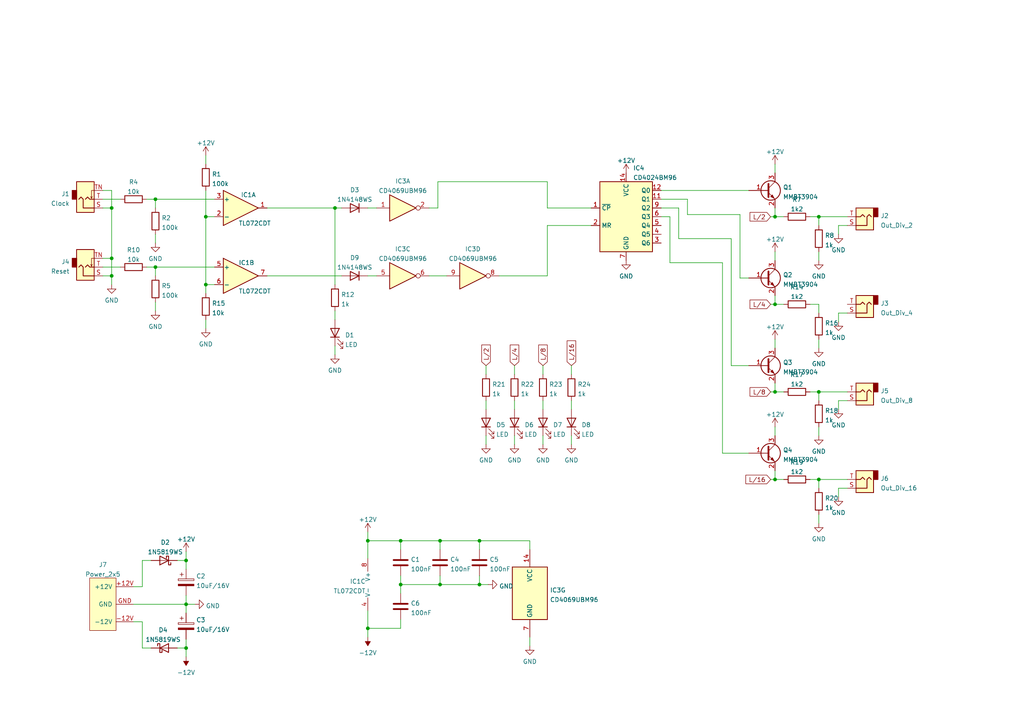
<source format=kicad_sch>
(kicad_sch (version 20211123) (generator eeschema)
  (paper "A4")
  (lib_symbols
    (symbol "74xx:74HC04"
      (property "Reference" "U" (at 0 1.27 0))
      (property "Value" "74HC04" (at 0 -1.27 0))
      (symbol "74HC04_1_0"
        (polyline (pts (xy -3.81 3.81) (xy -3.81 -3.81) (xy 3.81 0) (xy -3.81 3.81)) (stroke (width 0.254)) (fill (type background)))
        (pin input line (at -7.62 0 0) (length 3.81) (name "~") (number "1"))
        (pin output inverted (at 7.62 0 180) (length 3.81) (name "~") (number "2"))
      )
      (symbol "74HC04_2_0"
        (polyline (pts (xy -3.81 3.81) (xy -3.81 -3.81) (xy 3.81 0) (xy -3.81 3.81)) (stroke (width 0.254)) (fill (type background)))
        (pin input line (at -7.62 0 0) (length 3.81) (name "~") (number "3"))
        (pin output inverted (at 7.62 0 180) (length 3.81) (name "~") (number "4"))
      )
      (symbol "74HC04_3_0"
        (polyline (pts (xy -3.81 3.81) (xy -3.81 -3.81) (xy 3.81 0) (xy -3.81 3.81)) (stroke (width 0.254)) (fill (type background)))
        (pin input line (at -7.62 0 0) (length 3.81) (name "~") (number "5"))
        (pin output inverted (at 7.62 0 180) (length 3.81) (name "~") (number "6"))
      )
      (symbol "74HC04_4_0"
        (polyline (pts (xy -3.81 3.81) (xy -3.81 -3.81) (xy 3.81 0) (xy -3.81 3.81)) (stroke (width 0.254)) (fill (type background)))
        (pin output inverted (at 7.62 0 180) (length 3.81) (name "~") (number "8"))
        (pin input line (at -7.62 0 0) (length 3.81) (name "~") (number "9"))
      )
      (symbol "74HC04_5_0"
        (polyline (pts (xy -3.81 3.81) (xy -3.81 -3.81) (xy 3.81 0) (xy -3.81 3.81)) (stroke (width 0.254)) (fill (type background)))
        (pin output inverted (at 7.62 0 180) (length 3.81) (name "~") (number "10"))
        (pin input line (at -7.62 0 0) (length 3.81) (name "~") (number "11"))
      )
      (symbol "74HC04_6_0"
        (polyline (pts (xy -3.81 3.81) (xy -3.81 -3.81) (xy 3.81 0) (xy -3.81 3.81)) (stroke (width 0.254)) (fill (type background)))
        (pin output inverted (at 7.62 0 180) (length 3.81) (name "~") (number "12"))
        (pin input line (at -7.62 0 0) (length 3.81) (name "~") (number "13"))
      )
      (symbol "74HC04_7_0"
        (pin power_in line (at 0 12.7 270) (length 5.08) (name "VCC") (number "14"))
        (pin power_in line (at 0 -12.7 90) (length 5.08) (name "GND") (number "7"))
      )
      (symbol "74HC04_7_1"
        (rectangle (start -5.08 7.62) (end 5.08 -7.62) (stroke (width 0.254)) (fill (type background)))
      )
    )
    (symbol "74xx:74HC4024"
      (property "Reference" "U" (at -6.35 11.43 0))
      (property "Value" "74HC4024" (at 6.35 11.43 0))
      (symbol "74HC4024_0_1"
        (rectangle (start -7.62 10.16) (end 7.62 -10.16) (stroke (width 0.254)) (fill (type background)))
      )
      (symbol "74HC4024_1_0"
        (pin input line (at -10.16 2.54 0) (length 2.54) (name "~{CP}") (number "1"))
        (pin no_connect line (at -7.62 5.08 0) (length 2.54) hide (name "~") (number "10"))
        (pin output line (at 10.16 5.08 180) (length 2.54) (name "Q1") (number "11"))
        (pin output line (at 10.16 7.62 180) (length 2.54) (name "Q0") (number "12"))
        (pin no_connect line (at -7.62 -5.08 0) (length 2.54) hide (name "~") (number "13"))
        (pin power_in line (at 0 12.7 270) (length 2.54) (name "VCC") (number "14"))
        (pin input line (at -10.16 -2.54 0) (length 2.54) (name "MR") (number "2"))
        (pin output line (at 10.16 -7.62 180) (length 2.54) (name "Q6") (number "3"))
        (pin output line (at 10.16 -5.08 180) (length 2.54) (name "Q5") (number "4"))
        (pin output line (at 10.16 -2.54 180) (length 2.54) (name "Q4") (number "5"))
        (pin output line (at 10.16 0 180) (length 2.54) (name "Q3") (number "6"))
        (pin power_in line (at 0 -12.7 90) (length 2.54) (name "GND") (number "7"))
        (pin no_connect line (at -7.62 7.62 0) (length 2.54) hide (name "~") (number "8"))
        (pin output line (at 10.16 2.54 180) (length 2.54) (name "Q2") (number "9"))
      )
    )
    (symbol "Amplifier_Operational:TL072" (pin_names (offset 0.127))
      (property "Reference" "U" (at 0 5.08 0))
      (property "Value" "TL072" (at 0 -5.08 0))
      (symbol "TL072_1_1"
        (polyline (pts (xy -5.08 5.08) (xy 5.08 0) (xy -5.08 -5.08) (xy -5.08 5.08)) (stroke (width 0.254)) (fill (type background)))
        (pin output line (at 7.62 0 180) (length 2.54) (name "~") (number "1"))
        (pin input line (at -7.62 -2.54 0) (length 2.54) (name "-") (number "2"))
        (pin input line (at -7.62 2.54 0) (length 2.54) (name "+") (number "3"))
      )
      (symbol "TL072_2_1"
        (polyline (pts (xy -5.08 5.08) (xy 5.08 0) (xy -5.08 -5.08) (xy -5.08 5.08)) (stroke (width 0.254)) (fill (type background)))
        (pin input line (at -7.62 2.54 0) (length 2.54) (name "+") (number "5"))
        (pin input line (at -7.62 -2.54 0) (length 2.54) (name "-") (number "6"))
        (pin output line (at 7.62 0 180) (length 2.54) (name "~") (number "7"))
      )
      (symbol "TL072_3_1"
        (pin power_in line (at -2.54 -7.62 90) (length 3.81) (name "V-") (number "4"))
        (pin power_in line (at -2.54 7.62 270) (length 3.81) (name "V+") (number "8"))
      )
    )
    (symbol "Connector:AudioJack2"
      (property "Reference" "J" (at 0 8.89 0))
      (property "Value" "AudioJack2" (at 0 6.35 0))
      (symbol "AudioJack2_0_1"
        (rectangle (start -3.81 0) (end -2.54 -2.54) (stroke (width 0.254)) (fill (type outline)))
        (rectangle (start -2.54 3.81) (end 2.54 -2.54) (stroke (width 0.254)) (fill (type background)))
        (polyline (pts (xy 0 0) (xy 0.635 -0.635) (xy 1.27 0) (xy 2.54 0)) (stroke (width 0.254)))
        (polyline (pts (xy 2.54 2.54) (xy -0.635 2.54) (xy -0.635 0) (xy -1.27 -0.635) (xy -1.905 0)) (stroke (width 0.254)))
      )
      (symbol "AudioJack2_1_1"
        (pin passive line (at 5.08 2.54 180) (length 2.54) (name "~") (number "S"))
        (pin passive line (at 5.08 0 180) (length 2.54) (name "~") (number "T"))
      )
    )
    (symbol "Connector:AudioJack2_SwitchT"
      (property "Reference" "J" (at 0 8.89 0))
      (property "Value" "AudioJack2_SwitchT" (at 0 6.35 0))
      (symbol "AudioJack2_SwitchT_0_1"
        (rectangle (start -2.54 0) (end -3.81 -2.54) (stroke (width 0.254)) (fill (type outline)))
        (polyline (pts (xy 1.778 -0.254) (xy 2.032 -0.762)))
        (polyline (pts (xy 0 0) (xy 0.635 -0.635) (xy 1.27 0) (xy 2.54 0)) (stroke (width 0.254)))
        (polyline (pts (xy 2.54 -2.54) (xy 1.778 -2.54) (xy 1.778 -0.254) (xy 1.524 -0.762)))
        (polyline (pts (xy 2.54 2.54) (xy -0.635 2.54) (xy -0.635 0) (xy -1.27 -0.635) (xy -1.905 0)) (stroke (width 0.254)))
        (rectangle (start 2.54 3.81) (end -2.54 -5.08) (stroke (width 0.254)) (fill (type background)))
      )
      (symbol "AudioJack2_SwitchT_1_1"
        (pin passive line (at 5.08 2.54 180) (length 2.54) (name "~") (number "S"))
        (pin passive line (at 5.08 0 180) (length 2.54) (name "~") (number "T"))
        (pin passive line (at 5.08 -2.54 180) (length 2.54) (name "~") (number "TN"))
      )
    )
    (symbol "Device:C" (pin_numbers hide) (pin_names (offset 0.254))
      (property "Reference" "C" (at 0.635 2.54 0))
      (property "Value" "C" (at 0.635 -2.54 0))
      (symbol "C_0_1"
        (polyline (pts (xy -2.032 -0.762) (xy 2.032 -0.762)) (stroke (width 0.508)))
        (polyline (pts (xy -2.032 0.762) (xy 2.032 0.762)) (stroke (width 0.508)))
      )
      (symbol "C_1_1"
        (pin passive line (at 0 3.81 270) (length 2.794) (name "~") (number "1"))
        (pin passive line (at 0 -3.81 90) (length 2.794) (name "~") (number "2"))
      )
    )
    (symbol "Device:C_Polarized" (pin_numbers hide) (pin_names (offset 0.254))
      (property "Reference" "C" (at 0.635 2.54 0))
      (property "Value" "C_Polarized" (at 0.635 -2.54 0))
      (symbol "C_Polarized_0_1"
        (rectangle (start -2.286 0.508) (end 2.286 1.016))
        (polyline (pts (xy -1.778 2.286) (xy -0.762 2.286)))
        (polyline (pts (xy -1.27 2.794) (xy -1.27 1.778)))
        (rectangle (start 2.286 -0.508) (end -2.286 -1.016) (fill (type outline)))
      )
      (symbol "C_Polarized_1_1"
        (pin passive line (at 0 3.81 270) (length 2.794) (name "~") (number "1"))
        (pin passive line (at 0 -3.81 90) (length 2.794) (name "~") (number "2"))
      )
    )
    (symbol "Device:LED" (pin_numbers hide) (pin_names (offset 1.016) hide)
      (property "Reference" "D" (at 0 2.54 0))
      (property "Value" "LED" (at 0 -2.54 0))
      (symbol "LED_0_1"
        (polyline (pts (xy -1.27 -1.27) (xy -1.27 1.27)) (stroke (width 0.254)))
        (polyline (pts (xy -1.27 0) (xy 1.27 0)))
        (polyline (pts (xy 1.27 -1.27) (xy 1.27 1.27) (xy -1.27 0) (xy 1.27 -1.27)) (stroke (width 0.254)))
        (polyline (pts (xy -3.048 -0.762) (xy -4.572 -2.286) (xy -3.81 -2.286) (xy -4.572 -2.286) (xy -4.572 -1.524)))
        (polyline (pts (xy -1.778 -0.762) (xy -3.302 -2.286) (xy -2.54 -2.286) (xy -3.302 -2.286) (xy -3.302 -1.524)))
      )
      (symbol "LED_1_1"
        (pin passive line (at -3.81 0 0) (length 2.54) (name "K") (number "1"))
        (pin passive line (at 3.81 0 180) (length 2.54) (name "A") (number "2"))
      )
    )
    (symbol "Device:R" (pin_numbers hide) (pin_names (offset 0))
      (property "Reference" "R" (at 2.032 0 90))
      (property "Value" "R" (at 0 0 90))
      (symbol "R_0_1"
        (rectangle (start -1.016 -2.54) (end 1.016 2.54) (stroke (width 0.254)))
      )
      (symbol "R_1_1"
        (pin passive line (at 0 3.81 270) (length 1.27) (name "~") (number "1"))
        (pin passive line (at 0 -3.81 90) (length 1.27) (name "~") (number "2"))
      )
    )
    (symbol "Diode:1N4148WS" (pin_numbers hide) (pin_names (offset 1.016) hide)
      (property "Reference" "D" (at 0 2.54 0))
      (property "Value" "1N4148WS" (at 0 -2.54 0))
      (symbol "1N4148WS_0_1"
        (polyline (pts (xy -1.27 1.27) (xy -1.27 -1.27)) (stroke (width 0.254)))
        (polyline (pts (xy 1.27 0) (xy -1.27 0)))
        (polyline (pts (xy 1.27 1.27) (xy 1.27 -1.27) (xy -1.27 0) (xy 1.27 1.27)) (stroke (width 0.254)))
      )
      (symbol "1N4148WS_1_1"
        (pin passive line (at -3.81 0 0) (length 2.54) (name "K") (number "1"))
        (pin passive line (at 3.81 0 180) (length 2.54) (name "A") (number "2"))
      )
    )
    (symbol "Diode:1N5819" (pin_numbers hide) (pin_names (offset 1.016) hide)
      (property "Reference" "D" (at 0 2.54 0))
      (property "Value" "1N5819" (at 0 -2.54 0))
      (symbol "1N5819_0_1"
        (polyline (pts (xy 1.27 0) (xy -1.27 0)))
        (polyline (pts (xy 1.27 1.27) (xy 1.27 -1.27) (xy -1.27 0) (xy 1.27 1.27)) (stroke (width 0.254)))
        (polyline (pts (xy -1.905 0.635) (xy -1.905 1.27) (xy -1.27 1.27) (xy -1.27 -1.27) (xy -0.635 -1.27) (xy -0.635 -0.635)) (stroke (width 0.254)))
      )
      (symbol "1N5819_1_1"
        (pin passive line (at -3.81 0 0) (length 2.54) (name "K") (number "1"))
        (pin passive line (at 3.81 0 180) (length 2.54) (name "A") (number "2"))
      )
    )
    (symbol "Eurorack_Synth:Power_2x5" (pin_names (offset 1.016))
      (property "Reference" "J" (at 0 10.16 0))
      (property "Value" "Power_2x5" (at 0 8.89 0))
      (symbol "Power_2x5_0_1"
        (rectangle (start 3.81 7.62) (end -3.81 -7.62) (fill (type background)))
      )
      (symbol "Power_2x5_1_1"
        (pin power_out line (at 8.89 5.08 180) (length 5.08) (name "+12V") (number "+12V"))
        (pin power_out line (at 8.89 -5.08 180) (length 5.08) (name "-12V") (number "-12V"))
        (pin power_out line (at 8.89 0 180) (length 5.08) (name "GND") (number "GND"))
      )
    )
    (symbol "Transistor_BJT:MMBT3904" (pin_names (offset 0) hide)
      (property "Reference" "Q" (at 5.08 1.905 0))
      (property "Value" "MMBT3904" (at 5.08 0 0))
      (symbol "MMBT3904_0_1"
        (polyline (pts (xy 0.635 0.635) (xy 2.54 2.54)))
        (polyline (pts (xy 0.635 -0.635) (xy 2.54 -2.54) (xy 2.54 -2.54)))
        (polyline (pts (xy 0.635 1.905) (xy 0.635 -1.905) (xy 0.635 -1.905)) (stroke (width 0.508)))
        (polyline (pts (xy 1.27 -1.778) (xy 1.778 -1.27) (xy 2.286 -2.286) (xy 1.27 -1.778) (xy 1.27 -1.778)) (fill (type outline)))
        (circle (center 1.27 0) (radius 2.8194) (stroke (width 0.254)))
      )
      (symbol "MMBT3904_1_1"
        (pin input line (at -5.08 0 0) (length 5.715) (name "B") (number "1"))
        (pin passive line (at 2.54 -5.08 90) (length 2.54) (name "E") (number "2"))
        (pin passive line (at 2.54 5.08 270) (length 2.54) (name "C") (number "3"))
      )
    )
    (symbol "power:+12V" (power) (pin_names (offset 0))
      (property "Value" "+12V" (at 0 3.556 0))
      (symbol "+12V_0_1"
        (polyline (pts (xy -0.762 1.27) (xy 0 2.54)))
        (polyline (pts (xy 0 0) (xy 0 2.54)))
        (polyline (pts (xy 0 2.54) (xy 0.762 1.27)))
      )
      (symbol "+12V_1_1"
        (pin power_in line (at 0 0 90) (length 0) hide (name "+12V") (number "1"))
      )
    )
    (symbol "power:-12V" (power) (pin_names (offset 0))
      (property "Value" "-12V" (at 0 3.81 0))
      (symbol "-12V_0_0"
        (pin power_in line (at 0 0 90) (length 0) hide (name "-12V") (number "1"))
      )
      (symbol "-12V_0_1"
        (polyline (pts (xy 0 0) (xy 0 1.27) (xy 0.762 1.27) (xy 0 2.54) (xy -0.762 1.27) (xy 0 1.27)) (fill (type outline)))
      )
    )
    (symbol "power:GND" (power) (pin_names (offset 0))
      (property "Value" "GND" (at 0 -3.81 0))
      (symbol "GND_0_1"
        (polyline (pts (xy 0 0) (xy 0 -1.27) (xy 1.27 -1.27) (xy 0 -2.54) (xy -1.27 -1.27) (xy 0 -1.27)))
      )
      (symbol "GND_1_1"
        (pin power_in line (at 0 0 270) (length 0) hide (name "GND") (number "1"))
      )
    )
  )
  (junction (at 237.49 139.065))
  (junction (at 59.69 62.865))
  (junction (at 127.635 156.845))
  (junction (at 106.68 182.245))
  (junction (at 237.49 113.665))
  (junction (at 224.79 62.865))
  (junction (at 139.065 169.545))
  (junction (at 237.49 62.865))
  (junction (at 53.975 187.96))
  (junction (at 32.385 60.325))
  (junction (at 45.085 57.785))
  (junction (at 127.635 169.545))
  (junction (at 106.68 156.845))
  (junction (at 224.79 139.065))
  (junction (at 32.385 80.01))
  (junction (at 224.79 88.265))
  (junction (at 32.385 74.93))
  (junction (at 59.69 82.55))
  (junction (at 224.79 113.665))
  (junction (at 53.975 175.26))
  (junction (at 53.975 162.56))
  (junction (at 97.155 60.325))
  (junction (at 116.205 169.545))
  (junction (at 139.065 156.845))
  (junction (at 45.085 77.47))
  (junction (at 116.205 156.845))
  (wire (pts (xy 224.79 111.125) (xy 224.79 113.665)))
  (wire (pts (xy 62.23 62.865) (xy 59.69 62.865)))
  (wire (pts (xy 237.49 98.425) (xy 237.49 100.965)))
  (wire (pts (xy 157.48 116.205) (xy 157.48 118.745)))
  (wire (pts (xy 243.205 141.605) (xy 243.205 144.145)))
  (wire (pts (xy 165.735 126.365) (xy 165.735 128.905)))
  (wire (pts (xy 237.49 139.065) (xy 245.745 139.065)))
  (wire (pts (xy 165.735 106.045) (xy 165.735 108.585)))
  (wire (pts (xy 139.065 169.545) (xy 141.605 169.545)))
  (wire (pts (xy 234.95 62.865) (xy 237.49 62.865)))
  (wire (pts (xy 59.69 82.55) (xy 59.69 85.09)))
  (wire (pts (xy 97.155 60.325) (xy 99.06 60.325)))
  (wire (pts (xy 194.31 76.2) (xy 194.31 62.865)))
  (wire (pts (xy 32.385 74.93) (xy 32.385 80.01)))
  (wire (pts (xy 106.68 154.305) (xy 106.68 156.845)))
  (wire (pts (xy 97.155 100.33) (xy 97.155 102.87)))
  (wire (pts (xy 214.63 62.23) (xy 214.63 80.645)))
  (wire (pts (xy 106.68 80.01) (xy 109.22 80.01)))
  (wire (pts (xy 127.635 167.005) (xy 127.635 169.545)))
  (wire (pts (xy 149.225 116.205) (xy 149.225 118.745)))
  (wire (pts (xy 51.435 187.96) (xy 53.975 187.96)))
  (wire (pts (xy 237.49 73.025) (xy 237.49 75.565)))
  (wire (pts (xy 59.69 45.085) (xy 59.69 47.625)))
  (wire (pts (xy 127 52.705) (xy 158.75 52.705)))
  (wire (pts (xy 51.435 162.56) (xy 53.975 162.56)))
  (wire (pts (xy 97.155 90.17) (xy 97.155 92.71)))
  (wire (pts (xy 45.085 57.785) (xy 45.085 60.325)))
  (wire (pts (xy 29.845 74.93) (xy 32.385 74.93)))
  (wire (pts (xy 116.205 156.845) (xy 116.205 159.385)))
  (wire (pts (xy 245.745 141.605) (xy 243.205 141.605)))
  (wire (pts (xy 77.47 60.325) (xy 97.155 60.325)))
  (wire (pts (xy 234.95 139.065) (xy 237.49 139.065)))
  (wire (pts (xy 212.09 69.215) (xy 212.09 106.045)))
  (wire (pts (xy 127.635 156.845) (xy 116.205 156.845)))
  (wire (pts (xy 106.68 182.245) (xy 106.68 184.785)))
  (wire (pts (xy 45.085 77.47) (xy 62.23 77.47)))
  (wire (pts (xy 245.745 116.205) (xy 243.205 116.205)))
  (wire (pts (xy 29.845 55.245) (xy 32.385 55.245)))
  (wire (pts (xy 196.85 69.215) (xy 196.85 60.325)))
  (wire (pts (xy 157.48 126.365) (xy 157.48 128.905)))
  (wire (pts (xy 124.46 60.325) (xy 127 60.325)))
  (wire (pts (xy 29.845 80.01) (xy 32.385 80.01)))
  (wire (pts (xy 149.225 126.365) (xy 149.225 128.905)))
  (wire (pts (xy 209.55 131.445) (xy 217.17 131.445)))
  (wire (pts (xy 224.79 98.425) (xy 224.79 100.965)))
  (wire (pts (xy 29.845 60.325) (xy 32.385 60.325)))
  (wire (pts (xy 224.79 47.625) (xy 224.79 50.165)))
  (wire (pts (xy 53.975 185.42) (xy 53.975 187.96)))
  (wire (pts (xy 237.49 88.265) (xy 237.49 90.805)))
  (wire (pts (xy 45.085 67.945) (xy 45.085 70.485)))
  (wire (pts (xy 223.52 88.265) (xy 224.79 88.265)))
  (wire (pts (xy 237.49 62.865) (xy 245.745 62.865)))
  (wire (pts (xy 153.67 184.785) (xy 153.67 187.325)))
  (wire (pts (xy 139.065 167.005) (xy 139.065 169.545)))
  (wire (pts (xy 29.845 57.785) (xy 34.925 57.785)))
  (wire (pts (xy 97.155 60.325) (xy 97.155 82.55)))
  (wire (pts (xy 223.52 139.065) (xy 224.79 139.065)))
  (wire (pts (xy 224.79 60.325) (xy 224.79 62.865)))
  (wire (pts (xy 140.97 116.205) (xy 140.97 118.745)))
  (wire (pts (xy 212.09 106.045) (xy 217.17 106.045)))
  (wire (pts (xy 158.75 60.325) (xy 171.45 60.325)))
  (wire (pts (xy 139.065 169.545) (xy 127.635 169.545)))
  (wire (pts (xy 127.635 159.385) (xy 127.635 156.845)))
  (wire (pts (xy 32.385 60.325) (xy 32.385 74.93)))
  (wire (pts (xy 191.77 55.245) (xy 217.17 55.245)))
  (wire (pts (xy 53.975 175.26) (xy 56.515 175.26)))
  (wire (pts (xy 53.975 160.02) (xy 53.975 162.56)))
  (wire (pts (xy 127 52.705) (xy 127 60.325)))
  (wire (pts (xy 224.79 123.825) (xy 224.79 126.365)))
  (wire (pts (xy 223.52 113.665) (xy 224.79 113.665)))
  (wire (pts (xy 116.205 169.545) (xy 116.205 172.085)))
  (wire (pts (xy 59.69 92.71) (xy 59.69 95.25)))
  (wire (pts (xy 199.39 62.23) (xy 214.63 62.23)))
  (wire (pts (xy 106.68 156.845) (xy 106.68 161.925)))
  (wire (pts (xy 196.85 69.215) (xy 212.09 69.215)))
  (wire (pts (xy 124.46 80.01) (xy 129.54 80.01)))
  (wire (pts (xy 149.225 106.045) (xy 149.225 108.585)))
  (wire (pts (xy 237.49 113.665) (xy 237.49 116.205)))
  (wire (pts (xy 144.78 80.01) (xy 158.75 80.01)))
  (wire (pts (xy 158.75 52.705) (xy 158.75 60.325)))
  (wire (pts (xy 165.735 116.205) (xy 165.735 118.745)))
  (wire (pts (xy 237.49 139.065) (xy 237.49 141.605)))
  (wire (pts (xy 41.275 162.56) (xy 43.815 162.56)))
  (wire (pts (xy 234.95 113.665) (xy 237.49 113.665)))
  (wire (pts (xy 127.635 169.545) (xy 116.205 169.545)))
  (wire (pts (xy 224.79 73.025) (xy 224.79 75.565)))
  (wire (pts (xy 41.275 170.18) (xy 38.735 170.18)))
  (wire (pts (xy 224.79 139.065) (xy 227.33 139.065)))
  (wire (pts (xy 158.75 65.405) (xy 158.75 80.01)))
  (wire (pts (xy 38.735 175.26) (xy 53.975 175.26)))
  (wire (pts (xy 42.545 57.785) (xy 45.085 57.785)))
  (wire (pts (xy 59.69 82.55) (xy 62.23 82.55)))
  (wire (pts (xy 42.545 77.47) (xy 45.085 77.47)))
  (wire (pts (xy 224.79 88.265) (xy 227.33 88.265)))
  (wire (pts (xy 32.385 55.245) (xy 32.385 60.325)))
  (wire (pts (xy 116.205 179.705) (xy 116.205 182.245)))
  (wire (pts (xy 53.975 172.72) (xy 53.975 175.26)))
  (wire (pts (xy 158.75 65.405) (xy 171.45 65.405)))
  (wire (pts (xy 224.79 113.665) (xy 227.33 113.665)))
  (wire (pts (xy 234.95 88.265) (xy 237.49 88.265)))
  (wire (pts (xy 116.205 167.005) (xy 116.205 169.545)))
  (wire (pts (xy 29.845 77.47) (xy 34.925 77.47)))
  (wire (pts (xy 243.205 90.805) (xy 243.205 93.345)))
  (wire (pts (xy 140.97 106.045) (xy 140.97 108.585)))
  (wire (pts (xy 157.48 106.045) (xy 157.48 108.585)))
  (wire (pts (xy 153.67 159.385) (xy 153.67 156.845)))
  (wire (pts (xy 245.745 65.405) (xy 243.205 65.405)))
  (wire (pts (xy 139.065 156.845) (xy 127.635 156.845)))
  (wire (pts (xy 106.68 182.245) (xy 106.68 177.165)))
  (wire (pts (xy 53.975 175.26) (xy 53.975 177.8)))
  (wire (pts (xy 224.79 85.725) (xy 224.79 88.265)))
  (wire (pts (xy 224.79 62.865) (xy 227.33 62.865)))
  (wire (pts (xy 116.205 182.245) (xy 106.68 182.245)))
  (wire (pts (xy 32.385 80.01) (xy 32.385 82.55)))
  (wire (pts (xy 140.97 126.365) (xy 140.97 128.905)))
  (wire (pts (xy 45.085 77.47) (xy 45.085 80.01)))
  (wire (pts (xy 209.55 76.2) (xy 209.55 131.445)))
  (wire (pts (xy 77.47 80.01) (xy 99.06 80.01)))
  (wire (pts (xy 223.52 62.865) (xy 224.79 62.865)))
  (wire (pts (xy 106.68 60.325) (xy 109.22 60.325)))
  (wire (pts (xy 199.39 62.23) (xy 199.39 57.785)))
  (wire (pts (xy 53.975 162.56) (xy 53.975 165.1)))
  (wire (pts (xy 41.275 180.34) (xy 38.735 180.34)))
  (wire (pts (xy 45.085 87.63) (xy 45.085 90.17)))
  (wire (pts (xy 214.63 80.645) (xy 217.17 80.645)))
  (wire (pts (xy 243.205 65.405) (xy 243.205 67.945)))
  (wire (pts (xy 194.31 76.2) (xy 209.55 76.2)))
  (wire (pts (xy 59.69 55.245) (xy 59.69 62.865)))
  (wire (pts (xy 237.49 149.225) (xy 237.49 151.765)))
  (wire (pts (xy 237.49 62.865) (xy 237.49 65.405)))
  (wire (pts (xy 243.205 116.205) (xy 243.205 118.745)))
  (wire (pts (xy 106.68 156.845) (xy 116.205 156.845)))
  (wire (pts (xy 237.49 123.825) (xy 237.49 126.365)))
  (wire (pts (xy 41.275 162.56) (xy 41.275 170.18)))
  (wire (pts (xy 59.69 62.865) (xy 59.69 82.55)))
  (wire (pts (xy 41.275 187.96) (xy 41.275 180.34)))
  (wire (pts (xy 191.77 62.865) (xy 194.31 62.865)))
  (wire (pts (xy 237.49 113.665) (xy 245.745 113.665)))
  (wire (pts (xy 191.77 60.325) (xy 196.85 60.325)))
  (wire (pts (xy 191.77 57.785) (xy 199.39 57.785)))
  (wire (pts (xy 153.67 156.845) (xy 139.065 156.845)))
  (wire (pts (xy 139.065 159.385) (xy 139.065 156.845)))
  (wire (pts (xy 45.085 57.785) (xy 62.23 57.785)))
  (wire (pts (xy 224.79 136.525) (xy 224.79 139.065)))
  (wire (pts (xy 41.275 187.96) (xy 43.815 187.96)))
  (wire (pts (xy 53.975 187.96) (xy 53.975 190.5)))
  (wire (pts (xy 245.745 90.805) (xy 243.205 90.805)))
  (global_label "L{slash}8" (shape input) (at 157.48 106.045 90) (property "Intersheet References" "${INTERSHEET_REFS}" (effects hide)))
  (global_label "L{slash}8" (shape input) (at 223.52 113.665 180) (property "Intersheet References" "${INTERSHEET_REFS}" (effects hide)))
  (global_label "L{slash}4" (shape input) (at 223.52 88.265 180) (property "Intersheet References" "${INTERSHEET_REFS}" (effects hide)))
  (global_label "L{slash}16" (shape input) (at 223.52 139.065 180) (property "Intersheet References" "${INTERSHEET_REFS}" (effects hide)))
  (global_label "L{slash}2" (shape input) (at 223.52 62.865 180) (property "Intersheet References" "${INTERSHEET_REFS}" (effects hide)))
  (global_label "L{slash}2" (shape input) (at 140.97 106.045 90) (property "Intersheet References" "${INTERSHEET_REFS}" (effects hide)))
  (global_label "L{slash}4" (shape input) (at 149.225 106.045 90) (property "Intersheet References" "${INTERSHEET_REFS}" (effects hide)))
  (global_label "L{slash}16" (shape input) (at 165.735 106.045 90) (property "Intersheet References" "${INTERSHEET_REFS}" (effects hide)))
  (symbol (lib_id "power:GND") (at 243.205 93.345 0) (unit 1)
    (property "Reference" "#PWR019" (effects hide))
    (property "Value" "GND" (at 243.205 97.9075 0))
  )
  (symbol (lib_id "Device:LED") (at 97.155 96.52 90) (unit 1)
    (property "Reference" "D1" (at 100.076 97.199 90) (effects (justify right)))
    (property "Value" "LED" (at 100.076 99.9741 90) (effects (justify right)))
    (property "Footprint" "LED_THT:LED_D3.0mm_Horizontal_O3.81mm_Z6.0mm" (effects hide))
  )
  (symbol (lib_id "Amplifier_Operational:TL072") (at 69.85 80.01 0) (unit 2)
    (property "Reference" "IC1" (at 69.215 76.2 0) (effects (justify left)))
    (property "Value" "TL072CDT" (at 69.215 84.455 0) (effects (justify left)))
    (property "Footprint" "Package_SO:SOIC-8_3.9x4.9mm_P1.27mm" (effects hide))
    (property "Datasheet" "http://www.ti.com/lit/ds/symlink/tl071.pdf" (effects hide))
    (property "MPN" "C6961" (effects hide))
  )
  (symbol (lib_id "power:GND") (at 153.67 187.325 0) (unit 1)
    (property "Reference" "#PWR012" (effects hide))
    (property "Value" "GND" (at 153.67 191.8875 0))
  )
  (symbol (lib_id "Device:R") (at 165.735 112.395 0) (unit 1)
    (property "Reference" "R24" (at 167.513 111.4865 0) (effects (justify left)))
    (property "Value" "1k" (at 167.513 114.2616 0) (effects (justify left)))
    (property "Footprint" "Resistor_SMD:R_0603_1608Metric" (effects hide))
    (property "MPN" "C21190" (effects hide))
  )
  (symbol (lib_id "Connector:AudioJack2") (at 250.825 113.665 180) (unit 1)
    (property "Reference" "J5" (at 255.397 113.3915 0) (effects (justify right)))
    (property "Value" "Out_Div_8" (at 255.397 116.1666 0) (effects (justify right)))
    (property "Footprint" "Connector_Audio_QingPu:Jack_3.5mm_QingPu_WQP-PJ324M" (effects hide))
  )
  (symbol (lib_id "Amplifier_Operational:TL072") (at 109.22 169.545 0) (unit 3)
    (property "Reference" "IC1" (at 106.0451 168.6365 0) (effects (justify right)))
    (property "Value" "TL072CDT" (at 106.0451 171.4116 0) (effects (justify right)))
    (property "Footprint" "Package_SO:SOIC-8_3.9x4.9mm_P1.27mm" (effects hide))
    (property "Datasheet" "http://www.ti.com/lit/ds/symlink/tl071.pdf" (effects hide))
    (property "MPN" "C6961" (effects hide))
  )
  (symbol (lib_id "Device:LED") (at 165.735 122.555 90) (unit 1)
    (property "Reference" "D8" (at 168.656 123.234 90) (effects (justify right)))
    (property "Value" "LED" (at 168.656 126.0091 90) (effects (justify right)))
    (property "Footprint" "LED_THT:LED_D3.0mm_Horizontal_O3.81mm_Z6.0mm" (effects hide))
  )
  (symbol (lib_id "Device:C_Polarized") (at 53.975 168.91 0) (unit 1)
    (property "Reference" "C2" (at 56.896 167.1125 0) (effects (justify left)))
    (property "Value" "10uF/16V" (at 56.896 169.8876 0) (effects (justify left)))
    (property "Footprint" "Capacitor_Tantalum_SMD:CP_EIA-3216-18_Kemet-A" (effects hide))
    (property "MPN" "C7171" (effects hide))
  )
  (symbol (lib_id "power:GND") (at 59.69 95.25 0) (unit 1)
    (property "Reference" "#PWR06" (effects hide))
    (property "Value" "GND" (at 59.69 99.8125 0))
  )
  (symbol (lib_id "Device:R") (at 231.14 88.265 90) (unit 1)
    (property "Reference" "R14" (at 231.14 83.2825 90))
    (property "Value" "1k2" (at 231.14 86.0576 90))
    (property "Footprint" "Resistor_SMD:R_0603_1608Metric" (effects hide))
    (property "MPN" "C22765" (effects hide))
  )
  (symbol (lib_id "Device:LED") (at 140.97 122.555 90) (unit 1)
    (property "Reference" "D5" (at 143.891 123.234 90) (effects (justify right)))
    (property "Value" "LED" (at 143.891 126.0091 90) (effects (justify right)))
    (property "Footprint" "LED_THT:LED_D3.0mm_Horizontal_O3.81mm_Z6.0mm" (effects hide))
  )
  (symbol (lib_id "Transistor_BJT:MMBT3904") (at 222.25 131.445 0) (unit 1)
    (property "Reference" "Q4" (at 227.1014 130.5365 0) (effects (justify left)))
    (property "Value" "MMBT3904" (at 227.1014 133.3116 0) (effects (justify left)))
    (property "Footprint" "Package_TO_SOT_SMD:SOT-23" (effects hide))
    (property "Datasheet" "https://www.onsemi.com/pub/Collateral/2N3903-D.PDF" (effects hide))
    (property "MPN" "C20526" (effects hide))
  )
  (symbol (lib_id "power:+12V") (at 53.975 160.02 0) (unit 1)
    (property "Reference" "#PWR0101" (effects hide))
    (property "Value" "+12V" (at 53.975 156.4155 0))
  )
  (symbol (lib_id "Device:R") (at 157.48 112.395 0) (unit 1)
    (property "Reference" "R23" (at 159.258 111.4865 0) (effects (justify left)))
    (property "Value" "1k" (at 159.258 114.2616 0) (effects (justify left)))
    (property "Footprint" "Resistor_SMD:R_0603_1608Metric" (effects hide))
    (property "MPN" "C21190" (effects hide))
  )
  (symbol (lib_id "power:GND") (at 140.97 128.905 0) (unit 1)
    (property "Reference" "#PWR030" (effects hide))
    (property "Value" "GND" (at 140.97 133.4675 0))
  )
  (symbol (lib_id "Device:R") (at 59.69 88.9 180) (unit 1)
    (property "Reference" "R15" (at 61.468 87.9915 0) (effects (justify right)))
    (property "Value" "10k" (at 61.468 90.7666 0) (effects (justify right)))
    (property "Footprint" "Resistor_SMD:R_0402_1005Metric" (effects hide))
    (property "MPN" "C25744" (effects hide))
  )
  (symbol (lib_id "Diode:1N5819") (at 47.625 162.56 180) (unit 1)
    (property "Reference" "D2" (at 47.9425 157.3235 0))
    (property "Value" "1N5819WS" (at 47.9425 160.0986 0))
    (property "Footprint" "Diode_SMD:D_SOD-323" (effects hide))
    (property "Datasheet" "http://www.vishay.com/docs/88525/1n5817.pdf" (effects hide))
    (property "MPN" "C191023" (effects hide))
  )
  (symbol (lib_id "Device:R") (at 140.97 112.395 0) (unit 1)
    (property "Reference" "R21" (at 142.748 111.4865 0) (effects (justify left)))
    (property "Value" "1k" (at 142.748 114.2616 0) (effects (justify left)))
    (property "Footprint" "Resistor_SMD:R_0603_1608Metric" (effects hide))
    (property "MPN" "C21190" (effects hide))
  )
  (symbol (lib_id "Amplifier_Operational:TL072") (at 69.85 60.325 0) (unit 1)
    (property "Reference" "IC1" (at 69.85 56.515 0) (effects (justify left)))
    (property "Value" "TL072CDT" (at 69.215 64.77 0) (effects (justify left)))
    (property "Footprint" "Package_SO:SOIC-8_3.9x4.9mm_P1.27mm" (effects hide))
    (property "Datasheet" "http://www.ti.com/lit/ds/symlink/tl071.pdf" (effects hide))
    (property "MPN" "C6961" (effects hide))
  )
  (symbol (lib_id "Device:R") (at 45.085 83.82 180) (unit 1)
    (property "Reference" "R5" (at 46.863 82.9115 0) (effects (justify right)))
    (property "Value" "100k" (at 46.863 85.6866 0) (effects (justify right)))
    (property "Footprint" "Resistor_SMD:R_0402_1005Metric" (effects hide))
    (property "MPN" "C25741" (effects hide))
  )
  (symbol (lib_id "Diode:1N4148WS") (at 102.87 80.01 180) (unit 1)
    (property "Reference" "D9" (at 102.87 74.7735 0))
    (property "Value" "1N4148WS" (at 102.87 77.5486 0))
    (property "Footprint" "Diode_SMD:D_SOD-323" (effects hide))
    (property "Datasheet" "https://www.vishay.com/docs/85751/1n4148ws.pdf" (effects hide))
    (property "MPN" "C2128" (effects hide))
  )
  (symbol (lib_id "power:GND") (at 56.515 175.26 90) (unit 1)
    (property "Reference" "#PWR010" (effects hide))
    (property "Value" "GND" (at 59.69 175.739 90) (effects (justify right)))
  )
  (symbol (lib_id "power:GND") (at 149.225 128.905 0) (unit 1)
    (property "Reference" "#PWR031" (effects hide))
    (property "Value" "GND" (at 149.225 133.4675 0))
  )
  (symbol (lib_id "power:-12V") (at 106.68 184.785 180) (unit 1)
    (property "Reference" "#PWR028" (effects hide))
    (property "Value" "-12V" (at 106.68 189.3475 0))
  )
  (symbol (lib_id "power:GND") (at 45.085 70.485 0) (unit 1)
    (property "Reference" "#PWR014" (effects hide))
    (property "Value" "GND" (at 45.085 75.0475 0))
  )
  (symbol (lib_id "Device:R") (at 97.155 86.36 0) (unit 1)
    (property "Reference" "R12" (at 98.933 85.4515 0) (effects (justify left)))
    (property "Value" "1k" (at 98.933 88.2266 0) (effects (justify left)))
    (property "Footprint" "Resistor_SMD:R_0603_1608Metric" (effects hide))
    (property "MPN" "C21190" (effects hide))
  )
  (symbol (lib_id "power:GND") (at 243.205 144.145 0) (unit 1)
    (property "Reference" "#PWR025" (effects hide))
    (property "Value" "GND" (at 243.205 148.7075 0))
  )
  (symbol (lib_id "power:GND") (at 181.61 75.565 0) (unit 1)
    (property "Reference" "#PWR04" (effects hide))
    (property "Value" "GND" (at 181.61 80.1275 0))
  )
  (symbol (lib_id "power:GND") (at 243.205 67.945 0) (unit 1)
    (property "Reference" "#PWR016" (effects hide))
    (property "Value" "GND" (at 243.205 72.5075 0))
  )
  (symbol (lib_id "74xx:74HC04") (at 153.67 172.085 0) (unit 7)
    (property "Reference" "IC3" (at 159.512 171.1765 0) (effects (justify left)))
    (property "Value" "CD4069UBM96" (at 159.512 173.9516 0) (effects (justify left)))
    (property "Footprint" "Package_SO:SOIC-14_3.9x8.7mm_P1.27mm" (effects hide))
    (property "Datasheet" "https://assets.nexperia.com/documents/data-sheet/74HC_HCT04.pdf" (effects hide))
    (property "MPN" "C93672" (effects hide))
  )
  (symbol (lib_id "Transistor_BJT:MMBT3904") (at 222.25 55.245 0) (unit 1)
    (property "Reference" "Q1" (at 227.1014 54.3365 0) (effects (justify left)))
    (property "Value" "MMBT3904" (at 227.1014 57.1116 0) (effects (justify left)))
    (property "Footprint" "Package_TO_SOT_SMD:SOT-23" (effects hide))
    (property "Datasheet" "https://www.onsemi.com/pub/Collateral/2N3903-D.PDF" (effects hide))
    (property "MPN" "C20526" (effects hide))
  )
  (symbol (lib_id "Device:R") (at 38.735 57.785 90) (unit 1)
    (property "Reference" "R4" (at 38.735 52.8025 90))
    (property "Value" "10k" (at 38.735 55.5776 90))
    (property "Footprint" "Resistor_SMD:R_0402_1005Metric" (effects hide))
    (property "MPN" "C25744" (effects hide))
  )
  (symbol (lib_id "power:GND") (at 165.735 128.905 0) (unit 1)
    (property "Reference" "#PWR033" (effects hide))
    (property "Value" "GND" (at 165.735 133.4675 0))
  )
  (symbol (lib_id "Connector:AudioJack2_SwitchT") (at 24.765 77.47 0) (mirror x) (unit 1)
    (property "Reference" "J4" (at 20.193 75.9265 0) (effects (justify right)))
    (property "Value" "Reset" (at 20.193 78.7016 0) (effects (justify right)))
    (property "Footprint" "Connector_Audio_QingPu:Jack_3.5mm_QingPu_WQP-PJ324M" (effects hide))
  )
  (symbol (lib_id "Device:R") (at 231.14 139.065 90) (unit 1)
    (property "Reference" "R19" (at 231.14 134.0825 90))
    (property "Value" "1k2" (at 231.14 136.8576 90))
    (property "Footprint" "Resistor_SMD:R_0603_1608Metric" (effects hide))
    (property "MPN" "C22765" (effects hide))
  )
  (symbol (lib_id "power:-12V") (at 53.975 190.5 180) (unit 1)
    (property "Reference" "#PWR029" (effects hide))
    (property "Value" "-12V" (at 53.975 195.0625 0))
  )
  (symbol (lib_id "Device:R") (at 237.49 145.415 0) (unit 1)
    (property "Reference" "R20" (at 239.268 144.5065 0) (effects (justify left)))
    (property "Value" "1k" (at 239.268 147.2816 0) (effects (justify left)))
    (property "Footprint" "Resistor_SMD:R_0603_1608Metric" (effects hide))
    (property "MPN" "C21190" (effects hide))
  )
  (symbol (lib_id "Device:C") (at 127.635 163.195 0) (unit 1)
    (property "Reference" "C4" (at 130.556 162.2865 0) (effects (justify left)))
    (property "Value" "100nF" (at 130.556 165.0616 0) (effects (justify left)))
    (property "Footprint" "Capacitor_SMD:C_0402_1005Metric" (effects hide))
    (property "MPN" "C1525" (effects hide))
  )
  (symbol (lib_id "Device:LED") (at 149.225 122.555 90) (unit 1)
    (property "Reference" "D6" (at 152.146 123.234 90) (effects (justify right)))
    (property "Value" "LED" (at 152.146 126.0091 90) (effects (justify right)))
    (property "Footprint" "LED_THT:LED_D3.0mm_Horizontal_O3.81mm_Z6.0mm" (effects hide))
  )
  (symbol (lib_id "Device:R") (at 237.49 69.215 0) (unit 1)
    (property "Reference" "R8" (at 239.268 68.3065 0) (effects (justify left)))
    (property "Value" "1k" (at 239.268 71.0816 0) (effects (justify left)))
    (property "Footprint" "Resistor_SMD:R_0603_1608Metric" (effects hide))
    (property "MPN" "C21190" (effects hide))
  )
  (symbol (lib_id "power:GND") (at 157.48 128.905 0) (unit 1)
    (property "Reference" "#PWR032" (effects hide))
    (property "Value" "GND" (at 157.48 133.4675 0))
  )
  (symbol (lib_id "Device:C") (at 116.205 163.195 0) (unit 1)
    (property "Reference" "C1" (at 119.126 162.2865 0) (effects (justify left)))
    (property "Value" "100nF" (at 119.126 165.0616 0) (effects (justify left)))
    (property "Footprint" "Capacitor_SMD:C_0402_1005Metric" (effects hide))
    (property "MPN" "C1525" (effects hide))
  )
  (symbol (lib_id "Connector:AudioJack2") (at 250.825 62.865 180) (unit 1)
    (property "Reference" "J2" (at 255.397 62.5915 0) (effects (justify right)))
    (property "Value" "Out_Div_2" (at 255.397 65.3666 0) (effects (justify right)))
    (property "Footprint" "Connector_Audio_QingPu:Jack_3.5mm_QingPu_WQP-PJ324M" (effects hide))
  )
  (symbol (lib_id "power:+12V") (at 59.69 45.085 0) (unit 1)
    (property "Reference" "#PWR01" (effects hide))
    (property "Value" "+12V" (at 59.69 41.4805 0))
  )
  (symbol (lib_id "Device:R") (at 59.69 51.435 180) (unit 1)
    (property "Reference" "R1" (at 61.468 50.5265 0) (effects (justify right)))
    (property "Value" "100k" (at 61.468 53.3016 0) (effects (justify right)))
    (property "Footprint" "Resistor_SMD:R_0402_1005Metric" (effects hide))
    (property "MPN" "C25741" (effects hide))
  )
  (symbol (lib_id "power:GND") (at 243.205 118.745 0) (unit 1)
    (property "Reference" "#PWR022" (effects hide))
    (property "Value" "GND" (at 243.205 123.3075 0))
  )
  (symbol (lib_id "power:GND") (at 32.385 82.55 0) (unit 1)
    (property "Reference" "#PWR03" (effects hide))
    (property "Value" "GND" (at 32.385 87.1125 0))
  )
  (symbol (lib_id "Device:R") (at 149.225 112.395 0) (unit 1)
    (property "Reference" "R22" (at 151.003 111.4865 0) (effects (justify left)))
    (property "Value" "1k" (at 151.003 114.2616 0) (effects (justify left)))
    (property "Footprint" "Resistor_SMD:R_0603_1608Metric" (effects hide))
    (property "MPN" "C21190" (effects hide))
  )
  (symbol (lib_id "Diode:1N5819") (at 47.625 187.96 0) (unit 1)
    (property "Reference" "D4" (at 47.3075 182.7235 0))
    (property "Value" "1N5819WS" (at 47.3075 185.4986 0))
    (property "Footprint" "Diode_SMD:D_SOD-323" (effects hide))
    (property "Datasheet" "http://www.vishay.com/docs/88525/1n5817.pdf" (effects hide))
    (property "MPN" "C191023" (effects hide))
  )
  (symbol (lib_id "power:+12V") (at 181.61 50.165 0) (unit 1)
    (property "Reference" "#PWR08" (effects hide))
    (property "Value" "+12V" (at 181.61 46.5605 0))
  )
  (symbol (lib_id "Transistor_BJT:MMBT3904") (at 222.25 106.045 0) (unit 1)
    (property "Reference" "Q3" (at 227.1014 105.1365 0) (effects (justify left)))
    (property "Value" "MMBT3904" (at 227.1014 107.9116 0) (effects (justify left)))
    (property "Footprint" "Package_TO_SOT_SMD:SOT-23" (effects hide))
    (property "Datasheet" "https://www.onsemi.com/pub/Collateral/2N3903-D.PDF" (effects hide))
    (property "MPN" "C20526" (effects hide))
  )
  (symbol (lib_id "Device:R") (at 231.14 62.865 90) (unit 1)
    (property "Reference" "R7" (at 231.14 57.8825 90))
    (property "Value" "1k2" (at 231.14 60.6576 90))
    (property "Footprint" "Resistor_SMD:R_0603_1608Metric" (effects hide))
    (property "MPN" "C22765" (effects hide))
  )
  (symbol (lib_id "Device:C") (at 139.065 163.195 0) (unit 1)
    (property "Reference" "C5" (at 141.986 162.2865 0) (effects (justify left)))
    (property "Value" "100nF" (at 141.986 165.0616 0) (effects (justify left)))
    (property "Footprint" "Capacitor_SMD:C_0402_1005Metric" (effects hide))
    (property "MPN" "C1525" (effects hide))
  )
  (symbol (lib_id "Device:R") (at 237.49 94.615 0) (unit 1)
    (property "Reference" "R16" (at 239.268 93.7065 0) (effects (justify left)))
    (property "Value" "1k" (at 239.268 96.4816 0) (effects (justify left)))
    (property "Footprint" "Resistor_SMD:R_0603_1608Metric" (effects hide))
    (property "MPN" "C21190" (effects hide))
  )
  (symbol (lib_id "power:GND") (at 237.49 151.765 0) (unit 1)
    (property "Reference" "#PWR026" (effects hide))
    (property "Value" "GND" (at 237.49 156.3275 0))
  )
  (symbol (lib_id "Connector:AudioJack2") (at 250.825 88.265 180) (unit 1)
    (property "Reference" "J3" (at 255.397 87.9915 0) (effects (justify right)))
    (property "Value" "Out_Div_4" (at 255.397 90.7666 0) (effects (justify right)))
    (property "Footprint" "Connector_Audio_QingPu:Jack_3.5mm_QingPu_WQP-PJ324M" (effects hide))
  )
  (symbol (lib_id "power:+12V") (at 106.68 154.305 0) (unit 1)
    (property "Reference" "#PWR027" (effects hide))
    (property "Value" "+12V" (at 106.68 150.7005 0))
  )
  (symbol (lib_id "power:+12V") (at 224.79 47.625 0) (unit 1)
    (property "Reference" "#PWR05" (effects hide))
    (property "Value" "+12V" (at 224.79 44.0205 0))
  )
  (symbol (lib_id "Device:R") (at 237.49 120.015 0) (unit 1)
    (property "Reference" "R18" (at 239.268 119.1065 0) (effects (justify left)))
    (property "Value" "1k" (at 239.268 121.8816 0) (effects (justify left)))
    (property "Footprint" "Resistor_SMD:R_0603_1608Metric" (effects hide))
    (property "MPN" "C21190" (effects hide))
  )
  (symbol (lib_id "Device:R") (at 45.085 64.135 180) (unit 1)
    (property "Reference" "R2" (at 46.863 63.2265 0) (effects (justify right)))
    (property "Value" "100k" (at 46.863 66.0016 0) (effects (justify right)))
    (property "Footprint" "Resistor_SMD:R_0402_1005Metric" (effects hide))
    (property "MPN" "C25741" (effects hide))
  )
  (symbol (lib_id "power:GND") (at 237.49 100.965 0) (unit 1)
    (property "Reference" "#PWR021" (effects hide))
    (property "Value" "GND" (at 237.49 105.5275 0))
  )
  (symbol (lib_id "power:+12V") (at 224.79 98.425 0) (unit 1)
    (property "Reference" "#PWR020" (effects hide))
    (property "Value" "+12V" (at 224.79 94.8205 0))
  )
  (symbol (lib_id "74xx:74HC04") (at 116.84 60.325 0) (unit 1)
    (property "Reference" "IC3" (at 116.84 52.5485 0))
    (property "Value" "CD4069UBM96" (at 116.84 55.3236 0))
    (property "Footprint" "Package_SO:SOIC-14_3.9x8.7mm_P1.27mm" (effects hide))
    (property "Datasheet" "https://assets.nexperia.com/documents/data-sheet/74HC_HCT04.pdf" (effects hide))
    (property "MPN" "C93672" (effects hide))
  )
  (symbol (lib_id "74xx:74HC4024") (at 181.61 62.865 0) (unit 1)
    (property "Reference" "IC4" (at 183.6294 48.7385 0) (effects (justify left)))
    (property "Value" "CD4024BM96" (at 183.6294 51.5136 0) (effects (justify left)))
    (property "Footprint" "Package_SO:SOIC-14_3.9x8.7mm_P1.27mm" (effects hide))
    (property "Datasheet" "https://assets.nexperia.com/documents/data-sheet/74HC4024.pdf" (effects hide))
    (property "MPN" "C157535" (effects hide))
  )
  (symbol (lib_id "power:GND") (at 97.155 102.87 0) (unit 1)
    (property "Reference" "#PWR07" (effects hide))
    (property "Value" "GND" (at 97.155 107.4325 0))
  )
  (symbol (lib_id "74xx:74HC04") (at 137.16 80.01 0) (unit 4)
    (property "Reference" "IC3" (at 137.16 72.2335 0))
    (property "Value" "CD4069UBM96" (at 137.16 75.0086 0))
    (property "Footprint" "Package_SO:SOIC-14_3.9x8.7mm_P1.27mm" (effects hide))
    (property "Datasheet" "https://assets.nexperia.com/documents/data-sheet/74HC_HCT04.pdf" (effects hide))
    (property "MPN" "C93672" (effects hide))
  )
  (symbol (lib_id "Device:R") (at 231.14 113.665 90) (unit 1)
    (property "Reference" "R17" (at 231.14 108.6825 90))
    (property "Value" "1k2" (at 231.14 111.4576 90))
    (property "Footprint" "Resistor_SMD:R_0603_1608Metric" (effects hide))
    (property "MPN" "C22765" (effects hide))
  )
  (symbol (lib_id "Device:C_Polarized") (at 53.975 181.61 0) (unit 1)
    (property "Reference" "C3" (at 56.896 179.8125 0) (effects (justify left)))
    (property "Value" "10uF/16V" (at 56.896 182.5876 0) (effects (justify left)))
    (property "Footprint" "Capacitor_Tantalum_SMD:CP_EIA-3216-18_Kemet-A" (effects hide))
    (property "MPN" "C7171" (effects hide))
  )
  (symbol (lib_id "Eurorack_Synth:Power_2x5") (at 29.845 175.26 0) (unit 1)
    (property "Reference" "J7" (at 29.845 163.8005 0))
    (property "Value" "Power_2x5" (at 29.845 166.5756 0))
    (property "Footprint" "CATs_Eurosynth_Specials:Power_2x8_Horizontal" (effects hide))
  )
  (symbol (lib_id "power:GND") (at 45.085 90.17 0) (unit 1)
    (property "Reference" "#PWR015" (effects hide))
    (property "Value" "GND" (at 45.085 94.7325 0))
  )
  (symbol (lib_id "Connector:AudioJack2") (at 250.825 139.065 180) (unit 1)
    (property "Reference" "J6" (at 255.397 138.7915 0) (effects (justify right)))
    (property "Value" "Out_Div_16" (at 255.397 141.5666 0) (effects (justify right)))
    (property "Footprint" "Connector_Audio_QingPu:Jack_3.5mm_QingPu_WQP-PJ324M" (effects hide))
  )
  (symbol (lib_id "Transistor_BJT:MMBT3904") (at 222.25 80.645 0) (unit 1)
    (property "Reference" "Q2" (at 227.1014 79.7365 0) (effects (justify left)))
    (property "Value" "MMBT3904" (at 227.1014 82.5116 0) (effects (justify left)))
    (property "Footprint" "Package_TO_SOT_SMD:SOT-23" (effects hide))
    (property "Datasheet" "https://www.onsemi.com/pub/Collateral/2N3903-D.PDF" (effects hide))
    (property "MPN" "C20526" (effects hide))
  )
  (symbol (lib_id "power:GND") (at 237.49 75.565 0) (unit 1)
    (property "Reference" "#PWR018" (effects hide))
    (property "Value" "GND" (at 237.49 80.1275 0))
  )
  (symbol (lib_id "power:+12V") (at 224.79 123.825 0) (unit 1)
    (property "Reference" "#PWR023" (effects hide))
    (property "Value" "+12V" (at 224.79 120.2205 0))
  )
  (symbol (lib_id "Diode:1N4148WS") (at 102.87 60.325 180) (unit 1)
    (property "Reference" "D3" (at 102.87 55.0885 0))
    (property "Value" "1N4148WS" (at 102.87 57.8636 0))
    (property "Footprint" "Diode_SMD:D_SOD-323" (effects hide))
    (property "Datasheet" "https://www.vishay.com/docs/85751/1n4148ws.pdf" (effects hide))
    (property "MPN" "C2128" (effects hide))
  )
  (symbol (lib_id "Device:LED") (at 157.48 122.555 90) (unit 1)
    (property "Reference" "D7" (at 160.401 123.234 90) (effects (justify right)))
    (property "Value" "LED" (at 160.401 126.0091 90) (effects (justify right)))
    (property "Footprint" "LED_THT:LED_D3.0mm_Horizontal_O3.81mm_Z6.0mm" (effects hide))
  )
  (symbol (lib_id "Device:C") (at 116.205 175.895 0) (unit 1)
    (property "Reference" "C6" (at 119.126 174.9865 0) (effects (justify left)))
    (property "Value" "100nF" (at 119.126 177.7616 0) (effects (justify left)))
    (property "Footprint" "Capacitor_SMD:C_0402_1005Metric" (effects hide))
    (property "MPN" "C1525" (effects hide))
  )
  (symbol (lib_id "Device:R") (at 38.735 77.47 90) (unit 1)
    (property "Reference" "R10" (at 38.735 72.4875 90))
    (property "Value" "10k" (at 38.735 75.2626 90))
    (property "Footprint" "Resistor_SMD:R_0402_1005Metric" (effects hide))
    (property "MPN" "C25744" (effects hide))
  )
  (symbol (lib_id "74xx:74HC04") (at 116.84 80.01 0) (unit 3)
    (property "Reference" "IC3" (at 116.84 72.2335 0))
    (property "Value" "CD4069UBM96" (at 116.84 75.0086 0))
    (property "Footprint" "Package_SO:SOIC-14_3.9x8.7mm_P1.27mm" (effects hide))
    (property "Datasheet" "https://assets.nexperia.com/documents/data-sheet/74HC_HCT04.pdf" (effects hide))
    (property "MPN" "C93672" (effects hide))
  )
  (symbol (lib_id "power:GND") (at 237.49 126.365 0) (unit 1)
    (property "Reference" "#PWR024" (effects hide))
    (property "Value" "GND" (at 237.49 130.9275 0))
  )
  (symbol (lib_id "power:GND") (at 141.605 169.545 90) (unit 1)
    (property "Reference" "#PWR011" (effects hide))
    (property "Value" "GND" (at 144.78 170.024 90) (effects (justify right)))
  )
  (symbol (lib_id "Connector:AudioJack2_SwitchT") (at 24.765 57.785 0) (mirror x) (unit 1)
    (property "Reference" "J1" (at 20.193 56.2415 0) (effects (justify right)))
    (property "Value" "Clock" (at 20.193 59.0166 0) (effects (justify right)))
    (property "Footprint" "Connector_Audio_QingPu:Jack_3.5mm_QingPu_WQP-PJ324M" (effects hide))
  )
  (symbol (lib_id "power:+12V") (at 224.79 73.025 0) (unit 1)
    (property "Reference" "#PWR017" (effects hide))
    (property "Value" "+12V" (at 224.79 69.4205 0))
  )
)
</source>
